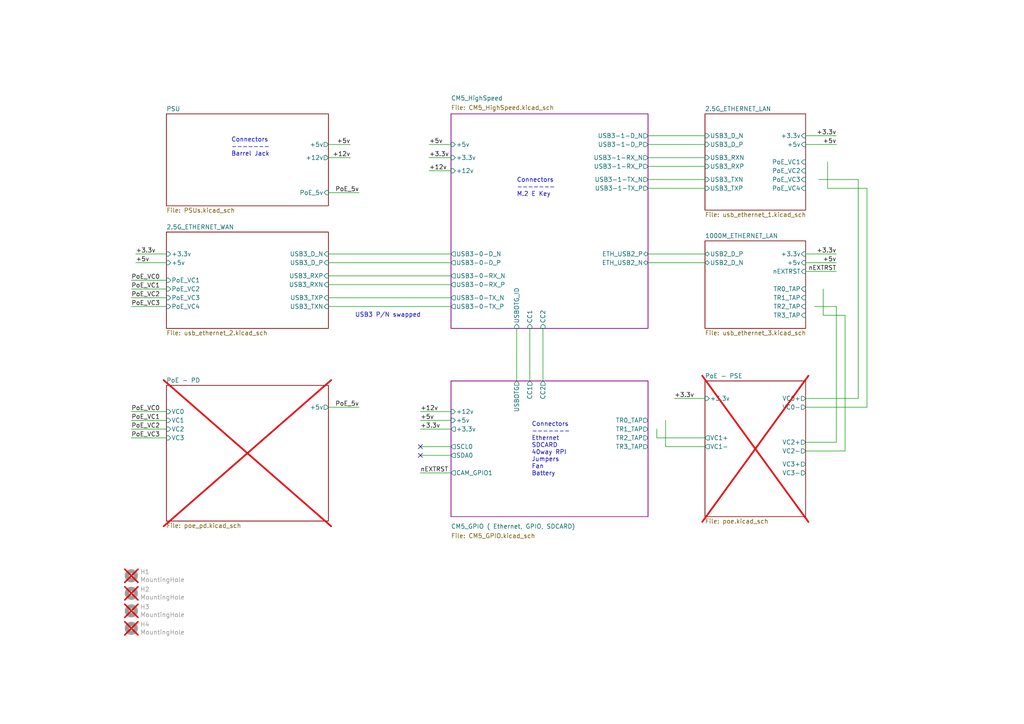
<source format=kicad_sch>
(kicad_sch (version 20250114) (generator "eeschema") (generator_version "9.0")
  (paper "A4")
  (title_block (title "Router Pi - top level") (rev "1"))
  (lib_symbols
    (symbol "Mechanical:MountingHole" (pin_names (offset 1.016))
      (property "Reference" "H" (at 0 5.08 0))
      (property "Value" "MountingHole" (at 0 3.175 0))
      (symbol "MountingHole_0_1"
        (circle (center 0 0) (radius 1.27) (stroke (width 1.27)))
      )
    )
  )
  (text "Connectors\n-------\nEthernet\nSDCARD\n40way RPI\nJumpers\nFan\nBattery" (at 154.178 138.176 0) (effects (font (size 1.27 1.27)) (justify left bottom)))
  (text "USB3 P/N swapped" (at 112.522 91.44 0) (effects (font (size 1.27 1.27))))
  (text "Connectors\n-------\nM.2 E Key" (at 149.86 57.15 0) (effects (font (size 1.27 1.27)) (justify left bottom)))
  (text "Connectors\n-------\nBarrel Jack" (at 67.056 45.466 0) (effects (font (size 1.27 1.27)) (justify left bottom)))
  (no_connect (at 121.92 132.08))
  (no_connect (at 121.92 129.54))
  (wire (pts (xy 248.92 52.07) (xy 237.49 52.07)))
  (wire (pts (xy 121.92 129.54) (xy 130.81 129.54)))
  (wire (pts (xy 121.92 121.92) (xy 130.81 121.92)))
  (wire (pts (xy 193.04 121.92) (xy 193.04 129.54)))
  (wire (pts (xy 95.25 80.01) (xy 130.81 80.01)))
  (wire (pts (xy 124.46 41.91) (xy 130.81 41.91)))
  (wire (pts (xy 187.96 41.91) (xy 204.47 41.91)))
  (wire (pts (xy 121.92 124.46) (xy 130.81 124.46)))
  (wire (pts (xy 242.57 88.9) (xy 236.22 88.9)))
  (wire (pts (xy 38.1 86.36) (xy 48.26 86.36)))
  (wire (pts (xy 242.57 128.27) (xy 242.57 88.9)))
  (wire (pts (xy 187.96 39.37) (xy 204.47 39.37)))
  (wire (pts (xy 95.25 76.2) (xy 130.81 76.2)))
  (wire (pts (xy 238.76 83.82) (xy 238.76 91.44)))
  (wire (pts (xy 153.67 95.25) (xy 153.67 110.49)))
  (wire (pts (xy 95.25 86.36) (xy 130.81 86.36)))
  (wire (pts (xy 240.03 54.61) (xy 251.46 54.61)))
  (wire (pts (xy 101.6 45.72) (xy 95.25 45.72)))
  (wire (pts (xy 124.46 45.72) (xy 130.81 45.72)))
  (wire (pts (xy 233.68 115.57) (xy 248.92 115.57)))
  (wire (pts (xy 121.92 119.38) (xy 130.81 119.38)))
  (wire (pts (xy 233.68 78.74) (xy 242.57 78.74)))
  (wire (pts (xy 38.1 124.46) (xy 48.26 124.46)))
  (wire (pts (xy 38.1 88.9) (xy 48.26 88.9)))
  (wire (pts (xy 187.96 48.26) (xy 204.47 48.26)))
  (wire (pts (xy 245.11 130.81) (xy 245.11 91.44)))
  (wire (pts (xy 39.37 76.2) (xy 48.26 76.2)))
  (wire (pts (xy 242.57 73.66) (xy 233.68 73.66)))
  (wire (pts (xy 248.92 115.57) (xy 248.92 52.07)))
  (wire (pts (xy 39.37 73.66) (xy 48.26 73.66)))
  (wire (pts (xy 187.96 52.07) (xy 204.47 52.07)))
  (wire (pts (xy 38.1 81.28) (xy 48.26 81.28)))
  (wire (pts (xy 195.58 115.57) (xy 204.47 115.57)))
  (wire (pts (xy 38.1 127) (xy 48.26 127)))
  (wire (pts (xy 149.86 95.25) (xy 149.86 110.49)))
  (wire (pts (xy 104.14 118.11) (xy 95.25 118.11)))
  (wire (pts (xy 38.1 83.82) (xy 48.26 83.82)))
  (wire (pts (xy 233.68 130.81) (xy 245.11 130.81)))
  (wire (pts (xy 95.25 88.9) (xy 130.81 88.9)))
  (wire (pts (xy 121.92 132.08) (xy 130.81 132.08)))
  (wire (pts (xy 242.57 76.2) (xy 233.68 76.2)))
  (wire (pts (xy 187.96 45.72) (xy 204.47 45.72)))
  (wire (pts (xy 157.48 95.25) (xy 157.48 110.49)))
  (wire (pts (xy 187.96 73.66) (xy 204.47 73.66)))
  (wire (pts (xy 187.96 54.61) (xy 204.47 54.61)))
  (wire (pts (xy 95.25 73.66) (xy 130.81 73.66)))
  (wire (pts (xy 242.57 41.91) (xy 233.68 41.91)))
  (wire (pts (xy 104.14 55.88) (xy 95.25 55.88)))
  (wire (pts (xy 193.04 129.54) (xy 204.47 129.54)))
  (wire (pts (xy 38.1 119.38) (xy 48.26 119.38)))
  (wire (pts (xy 242.57 39.37) (xy 233.68 39.37)))
  (wire (pts (xy 233.68 118.11) (xy 251.46 118.11)))
  (wire (pts (xy 190.5 124.46) (xy 190.5 127)))
  (wire (pts (xy 233.68 128.27) (xy 242.57 128.27)))
  (wire (pts (xy 190.5 127) (xy 204.47 127)))
  (wire (pts (xy 38.1 121.92) (xy 48.26 121.92)))
  (wire (pts (xy 187.96 76.2) (xy 204.47 76.2)))
  (wire (pts (xy 101.6 41.91) (xy 95.25 41.91)))
  (wire (pts (xy 251.46 118.11) (xy 251.46 54.61)))
  (wire (pts (xy 240.03 46.99) (xy 240.03 54.61)))
  (wire (pts (xy 95.25 82.55) (xy 130.81 82.55)))
  (wire (pts (xy 124.46 49.53) (xy 130.81 49.53)))
  (wire (pts (xy 121.92 137.16) (xy 130.81 137.16)))
  (wire (pts (xy 245.11 91.44) (xy 238.76 91.44)))
  (label "+3.3v" (at 195.58 115.57 0))
  (label "PoE_VC2" (at 38.1 124.46 0))
  (label "PoE_VC0" (at 38.1 81.28 0))
  (label "+3.3v" (at 242.57 39.37 180))
  (label "PoE_VC3" (at 38.1 88.9 0))
  (label "+5v" (at 242.57 41.91 180))
  (label "+3.3v" (at 242.57 73.66 180))
  (label "PoE_5v" (at 104.14 118.11 180))
  (label "+12v" (at 124.46 49.53 0))
  (label "+5v" (at 121.92 121.92 0))
  (label "+5v" (at 124.46 41.91 0))
  (label "+12v" (at 101.6 45.72 180))
  (label "+3.3v" (at 39.37 73.66 0))
  (label "PoE_VC1" (at 38.1 121.92 0))
  (label "PoE_VC3" (at 38.1 127 0))
  (label "PoE_5v" (at 104.14 55.88 180))
  (label "+3.3v" (at 121.92 124.46 0))
  (label "PoE_VC2" (at 38.1 86.36 0))
  (label "+12v" (at 121.92 119.38 0))
  (label "+5v" (at 242.57 76.2 180))
  (label "+3.3v" (at 124.46 45.72 0))
  (label "nEXTRST" (at 242.57 78.74 180))
  (label "nEXTRST" (at 121.92 137.16 0))
  (label "PoE_VC0" (at 38.1 119.38 0))
  (label "+5v" (at 39.37 76.2 0))
  (label "+5v" (at 101.6 41.91 180))
  (label "PoE_VC1" (at 38.1 83.82 0))
  (symbol (lib_id "Mechanical:MountingHole") (at 38.1 182.245 0) (unit 1) (exclude_from_sim yes) (in_bom no) (dnp yes)
    (property "Reference" "H4" (at 40.64 181.102 0) (effects (justify left)))
    (property "Value" "MountingHole" (at 40.64 183.388 0) (effects (justify left)))
    (property "Footprint" "CM5IO:MountingHole_2.7mm_M2.5_DIN965" (effects (hide yes)))
    (property "Field4" "nf" (effects (hide yes)))
    (property "Field5" "nf" (effects (hide yes)))
    (property "Field6" "nf" (effects (hide yes)))
    (property "Field7" "nf" (effects (hide yes)))
    (property "Part Description" "M2.5 mounting hole" (effects (hide yes)))
  )
  (symbol (lib_id "Mechanical:MountingHole") (at 38.1 177.165 0) (unit 1) (exclude_from_sim yes) (in_bom no) (dnp yes)
    (property "Reference" "H3" (at 40.64 176.022 0) (effects (justify left)))
    (property "Value" "MountingHole" (at 40.64 178.308 0) (effects (justify left)))
    (property "Footprint" "CM5IO:MountingHole_2.7mm_M2.5_DIN965" (effects (hide yes)))
    (property "Field4" "nf" (effects (hide yes)))
    (property "Field5" "nf" (effects (hide yes)))
    (property "Field6" "nf" (effects (hide yes)))
    (property "Field7" "nf" (effects (hide yes)))
    (property "Part Description" "M2.5 mounting hole" (effects (hide yes)))
  )
  (symbol (lib_id "Mechanical:MountingHole") (at 38.1 172.085 0) (unit 1) (exclude_from_sim yes) (in_bom no) (dnp yes)
    (property "Reference" "H2" (at 40.64 170.942 0) (effects (justify left)))
    (property "Value" "MountingHole" (at 40.64 173.228 0) (effects (justify left)))
    (property "Footprint" "CM5IO:MountingHole_2.7mm_M2.5_DIN965" (effects (hide yes)))
    (property "Field4" "nf" (effects (hide yes)))
    (property "Field5" "nf" (effects (hide yes)))
    (property "Field6" "nf" (effects (hide yes)))
    (property "Field7" "nf" (effects (hide yes)))
    (property "Part Description" "M2.5 mounting hole" (effects (hide yes)))
  )
  (symbol (lib_id "Mechanical:MountingHole") (at 38.1 167.005 0) (unit 1) (exclude_from_sim yes) (in_bom no) (dnp yes)
    (property "Reference" "H1" (at 40.64 165.862 0) (effects (justify left)))
    (property "Value" "MountingHole" (at 40.64 168.148 0) (effects (justify left)))
    (property "Footprint" "CM5IO:MountingHole_2.7mm_M2.5_DIN965" (effects (hide yes)))
    (property "Field4" "nf" (effects (hide yes)))
    (property "Field5" "nf" (effects (hide yes)))
    (property "Field6" "nf" (effects (hide yes)))
    (property "Field7" "nf" (effects (hide yes)))
    (property "Part Description" "M2.5 mounting hole" (effects (hide yes)))
  )
  (sheet (at 130.81 110.49) (size 57.15 39.37) (stroke (width 0.1524) (color 132 0 132 1)) (fill (color 255 255 255 0.0000))
    (property "Sheetname" "CM5_GPIO ( Ethernet, GPIO, SDCARD)" (at 130.81 153.416 0) (effects (justify left bottom)))
    (property "Sheetfile" "CM5_GPIO.kicad_sch" (at 130.81 154.686 0) (effects (justify left top)))
    (pin "SCL0" output (at 130.81 129.54 180))
    (pin "SDA0" output (at 130.81 132.08 180))
    (pin "+5v" input (at 130.81 121.92 180))
    (pin "+3.3v" output (at 130.81 124.46 180))
    (pin "USBOTG" output (at 149.86 110.49 90))
    (pin "TR0_TAP" output (at 187.96 121.92 0))
    (pin "TR1_TAP" output (at 187.96 124.46 0))
    (pin "TR2_TAP" output (at 187.96 127 0))
    (pin "TR3_TAP" output (at 187.96 129.54 0))
    (pin "CC1" output (at 153.67 110.49 90))
    (pin "CC2" output (at 157.48 110.49 90))
    (pin "CAM_GPIO1" output (at 130.81 137.16 180))
    (pin "+12v" input (at 130.81 119.38 180))
  )
  (sheet (at 130.81 33.02) (size 57.15 62.23) (stroke (width 0.1524) (color 132 0 132 1)) (fill (color 255 255 255 0.0000))
    (property "Sheetname" "CM5_HighSpeed" (at 130.81 29.21 0) (effects (justify left bottom)))
    (property "Sheetfile" "CM5_HighSpeed.kicad_sch" (at 130.81 30.48 0) (effects (justify left top)))
    (pin "+5v" input (at 130.81 41.91 180))
    (pin "+3.3v" input (at 130.81 45.72 180))
    (pin "USBOTG_ID" input (at 149.86 95.25 270))
    (pin "USB3-0-D_N" output (at 130.81 73.66 180))
    (pin "USB3-0-D_P" output (at 130.81 76.2 180))
    (pin "USB3-0-RX_N" output (at 130.81 80.01 180))
    (pin "USB3-0-RX_P" output (at 130.81 82.55 180))
    (pin "USB3-0-TX_N" output (at 130.81 86.36 180))
    (pin "USB3-0-TX_P" output (at 130.81 88.9 180))
    (pin "USB3-1-D_N" output (at 187.96 39.37 0))
    (pin "USB3-1-D_P" output (at 187.96 41.91 0))
    (pin "USB3-1-RX_N" output (at 187.96 45.72 0))
    (pin "USB3-1-RX_P" output (at 187.96 48.26 0))
    (pin "USB3-1-TX_N" output (at 187.96 52.07 0))
    (pin "USB3-1-TX_P" output (at 187.96 54.61 0))
    (pin "CC1" input (at 153.67 95.25 270))
    (pin "CC2" input (at 157.48 95.25 270))
    (pin "ETH_USB2_N" bidirectional (at 187.96 76.2 0))
    (pin "ETH_USB2_P" bidirectional (at 187.96 73.66 0))
    (pin "+12v" input (at 130.81 49.53 180))
  )
  (sheet (at 204.47 69.85) (size 29.21 25.4) (stroke (width 0.1524))
    (property "Sheetname" "1000M_ETHERNET_LAN" (at 204.47 69.1384 0) (effects (justify left bottom)))
    (property "Sheetfile" "usb_ethernet_3.kicad_sch" (at 204.47 95.8346 0) (effects (justify left top)))
    (pin "+3.3v" input (at 233.68 73.66 0))
    (pin "nEXTRST" input (at 233.68 78.74 0))
    (pin "TR0_TAP" input (at 233.68 83.82 0))
    (pin "TR1_TAP" input (at 233.68 86.36 0))
    (pin "TR2_TAP" input (at 233.68 88.9 0))
    (pin "TR3_TAP" input (at 233.68 91.44 0))
    (pin "+5v" input (at 233.68 76.2 0))
    (pin "USB2_D_N" bidirectional (at 204.47 76.2 180))
    (pin "USB2_D_P" bidirectional (at 204.47 73.66 180))
  )
  (sheet (at 48.26 67.31) (size 46.99 27.94) (stroke (width 0.1524))
    (property "Sheetname" "2.5G_ETHERNET_WAN" (at 48.26 66.5984 0) (effects (justify left bottom)))
    (property "Sheetfile" "usb_ethernet_2.kicad_sch" (at 48.26 95.8346 0) (effects (justify left top)))
    (pin "+3.3v" input (at 48.26 73.66 180))
    (pin "+5v" input (at 48.26 76.2 180))
    (pin "USB3_RXN" input (at 95.25 82.55 0))
    (pin "USB3_RXP" input (at 95.25 80.01 0))
    (pin "USB3_TXN" input (at 95.25 88.9 0))
    (pin "USB3_TXP" input (at 95.25 86.36 0))
    (pin "PoE_VC1" input (at 48.26 81.28 180))
    (pin "PoE_VC2" input (at 48.26 83.82 180))
    (pin "PoE_VC3" input (at 48.26 86.36 180))
    (pin "PoE_VC4" input (at 48.26 88.9 180))
    (pin "USB3_D_N" input (at 95.25 73.66 0))
    (pin "USB3_D_P" input (at 95.25 76.2 0))
  )
  (sheet (at 204.47 110.49) (size 29.21 39.37) (exclude_from_sim yes) (in_bom no) (on_board no) (dnp yes) (stroke (width 0.1524))
    (property "Sheetname" "PoE - PSE" (at 204.47 109.7784 0) (effects (justify left bottom)))
    (property "Sheetfile" "poe.kicad_sch" (at 204.47 150.4446 0) (effects (justify left top)))
    (pin "VC0+" output (at 233.68 115.57 0))
    (pin "VC0-" output (at 233.68 118.11 0))
    (pin "VC1+" output (at 204.47 127 180))
    (pin "VC1-" output (at 204.47 129.54 180))
    (pin "VC2+" output (at 233.68 128.27 0))
    (pin "VC2-" output (at 233.68 130.81 0))
    (pin "VC3+" output (at 233.68 134.62 0))
    (pin "VC3-" output (at 233.68 137.16 0))
    (pin "+3.3v" input (at 204.47 115.57 180))
  )
  (sheet (at 48.26 111.76) (size 46.99 39.37) (exclude_from_sim yes) (in_bom no) (on_board no) (dnp yes) (stroke (width 0.1524))
    (property "Sheetname" "PoE - PD" (at 48.26 111.0484 0) (effects (justify left bottom)))
    (property "Sheetfile" "poe_pd.kicad_sch" (at 48.26 151.7146 0) (effects (justify left top)))
    (pin "+5v" output (at 95.25 118.11 0))
    (pin "VC0" input (at 48.26 119.38 180))
    (pin "VC1" input (at 48.26 121.92 180))
    (pin "VC2" input (at 48.26 124.46 180))
    (pin "VC3" input (at 48.26 127 180))
  )
  (sheet (at 204.47 33.02) (size 29.21 27.94) (stroke (width 0.1524))
    (property "Sheetname" "2.5G_ETHERNET_LAN" (at 204.47 32.3084 0) (effects (justify left bottom)))
    (property "Sheetfile" "usb_ethernet_1.kicad_sch" (at 204.47 61.5446 0) (effects (justify left top)))
    (pin "+3.3v" input (at 233.68 39.37 0))
    (pin "+5v" input (at 233.68 41.91 0))
    (pin "USB3_RXN" input (at 204.47 45.72 180))
    (pin "USB3_RXP" input (at 204.47 48.26 180))
    (pin "USB3_TXN" input (at 204.47 52.07 180))
    (pin "USB3_TXP" input (at 204.47 54.61 180))
    (pin "PoE_VC1" input (at 233.68 46.99 0))
    (pin "PoE_VC2" input (at 233.68 49.53 0))
    (pin "PoE_VC3" input (at 233.68 52.07 0))
    (pin "PoE_VC4" input (at 233.68 54.61 0))
    (pin "USB3_D_N" input (at 204.47 39.37 180))
    (pin "USB3_D_P" input (at 204.47 41.91 180))
  )
  (sheet (at 48.26 33.02) (size 46.99 26.67) (stroke (width 0.1524))
    (property "Sheetname" "PSU" (at 48.26 32.3084 0) (effects (justify left bottom)))
    (property "Sheetfile" "PSUs.kicad_sch" (at 48.26 60.2746 0) (effects (justify left top)))
    (pin "+5v" output (at 95.25 41.91 0))
    (pin "+12v" output (at 95.25 45.72 0))
    (pin "PoE_5v" input (at 95.25 55.88 0))
  )
)
</source>
